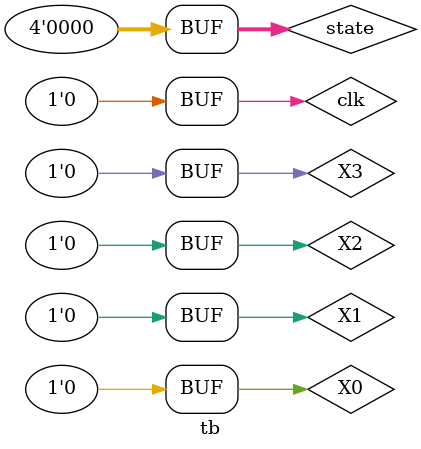
<source format=v>
/*******************************************************************************

 *

 * simulation source: [tb.v]

 *

 ******************************************************************************/



//`define SIM_CYCLE 'h400000000



//

// small value for testing

//

`define SIM_CYCLE 5000

//`timescale 100s/1s

module tb;

reg			clk;

reg		[3:0]	state;

reg		  X0;

reg		  X1;

reg		  X2;

reg		 	X3;

wire    lock;

wire	  A1;

wire	  A2;

wire	 	A3;

wire	 	A4;



initial begin

  state=4'b0000;

  X0 = 0;

  X1 = 0;

  X2 = 0;

  X3 = 0;

  #30

    X0<=1;     X1<=0;     X2<=0;     X3<=0; 

  #40

    X0<=0;     X1<=0;     X2<=1;     X3<=0;

  #40

    X0<=0;     X1<=1;     X2<=0;     X3<=0;

  #40

    X0<=0;     X1<=0;     X2<=1;     X3<=0;

  #40

    X0<=0;     X1<=0;     X2<=0;     X3<=0;

  #40

    X0<=0;     X1<=0;     X2<=0;     X3<=0;

end

always begin

  //@(posedge clk);

    # 20 clk = 1; 

    # 20 clk = ~clk;

end

clock m(

	.x0(X0),

	.x1(X1),

	.x2(X2),

	.x3(X3),

	.clk(clk),

	.s0(A0),

	.s1(A1),

	.s2(A2),

	.s3(A3),

	.s4(A4),

	.lock(lock)

);

endmodule


</source>
